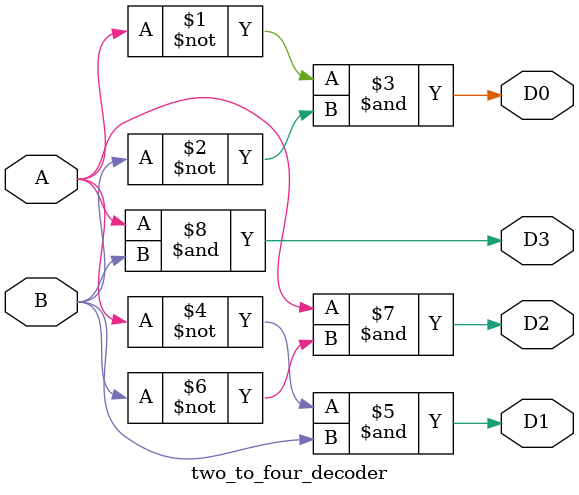
<source format=v>
`timescale 1ns / 1ps

module two_to_four_decoder(
    input A,
    input B,
    output D0, 
    output D1, 
    output D2, 
    output D3
    );
    
    assign D0 = ~A & ~B;
    assign D1 = ~A & B;
    assign D2 = A & ~B;
    assign D3 = A & B;
endmodule
</source>
